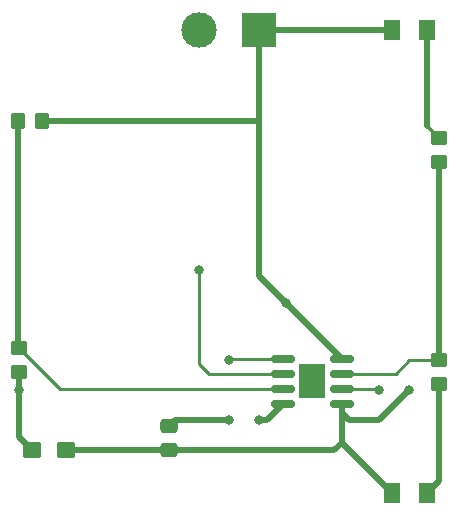
<source format=gbr>
%TF.GenerationSoftware,KiCad,Pcbnew,(6.0.10)*%
%TF.CreationDate,2023-02-16T14:30:49-08:00*%
%TF.ProjectId,Exercise 2,45786572-6369-4736-9520-322e6b696361,rev?*%
%TF.SameCoordinates,Original*%
%TF.FileFunction,Copper,L1,Top*%
%TF.FilePolarity,Positive*%
%FSLAX46Y46*%
G04 Gerber Fmt 4.6, Leading zero omitted, Abs format (unit mm)*
G04 Created by KiCad (PCBNEW (6.0.10)) date 2023-02-16 14:30:49*
%MOMM*%
%LPD*%
G01*
G04 APERTURE LIST*
G04 Aperture macros list*
%AMRoundRect*
0 Rectangle with rounded corners*
0 $1 Rounding radius*
0 $2 $3 $4 $5 $6 $7 $8 $9 X,Y pos of 4 corners*
0 Add a 4 corners polygon primitive as box body*
4,1,4,$2,$3,$4,$5,$6,$7,$8,$9,$2,$3,0*
0 Add four circle primitives for the rounded corners*
1,1,$1+$1,$2,$3*
1,1,$1+$1,$4,$5*
1,1,$1+$1,$6,$7*
1,1,$1+$1,$8,$9*
0 Add four rect primitives between the rounded corners*
20,1,$1+$1,$2,$3,$4,$5,0*
20,1,$1+$1,$4,$5,$6,$7,0*
20,1,$1+$1,$6,$7,$8,$9,0*
20,1,$1+$1,$8,$9,$2,$3,0*%
G04 Aperture macros list end*
%TA.AperFunction,SMDPad,CuDef*%
%ADD10RoundRect,0.250000X-0.450000X0.350000X-0.450000X-0.350000X0.450000X-0.350000X0.450000X0.350000X0*%
%TD*%
%TA.AperFunction,SMDPad,CuDef*%
%ADD11RoundRect,0.250001X-0.462499X-0.624999X0.462499X-0.624999X0.462499X0.624999X-0.462499X0.624999X0*%
%TD*%
%TA.AperFunction,SMDPad,CuDef*%
%ADD12RoundRect,0.250000X-0.475000X0.337500X-0.475000X-0.337500X0.475000X-0.337500X0.475000X0.337500X0*%
%TD*%
%TA.AperFunction,SMDPad,CuDef*%
%ADD13RoundRect,0.250000X0.350000X0.450000X-0.350000X0.450000X-0.350000X-0.450000X0.350000X-0.450000X0*%
%TD*%
%TA.AperFunction,SMDPad,CuDef*%
%ADD14RoundRect,0.150000X0.825000X0.150000X-0.825000X0.150000X-0.825000X-0.150000X0.825000X-0.150000X0*%
%TD*%
%TA.AperFunction,SMDPad,CuDef*%
%ADD15R,2.290000X3.000000*%
%TD*%
%TA.AperFunction,SMDPad,CuDef*%
%ADD16RoundRect,0.250001X0.462499X0.624999X-0.462499X0.624999X-0.462499X-0.624999X0.462499X-0.624999X0*%
%TD*%
%TA.AperFunction,ComponentPad*%
%ADD17R,3.000000X3.000000*%
%TD*%
%TA.AperFunction,ComponentPad*%
%ADD18C,3.000000*%
%TD*%
%TA.AperFunction,SMDPad,CuDef*%
%ADD19RoundRect,0.250000X-0.537500X-0.425000X0.537500X-0.425000X0.537500X0.425000X-0.537500X0.425000X0*%
%TD*%
%TA.AperFunction,ViaPad*%
%ADD20C,0.800000*%
%TD*%
%TA.AperFunction,Conductor*%
%ADD21C,0.500000*%
%TD*%
%TA.AperFunction,Conductor*%
%ADD22C,0.250000*%
%TD*%
G04 APERTURE END LIST*
D10*
%TO.P,R4,1*%
%TO.N,/pin_3*%
X154940000Y-58420000D03*
%TO.P,R4,2*%
%TO.N,Net-(D2-Pad2)*%
X154940000Y-60420000D03*
%TD*%
D11*
%TO.P,D2,1,K*%
%TO.N,GND*%
X150912500Y-69690000D03*
%TO.P,D2,2,A*%
%TO.N,Net-(D2-Pad2)*%
X153887500Y-69690000D03*
%TD*%
D12*
%TO.P,C2,1*%
%TO.N,Net-(C2-Pad1)*%
X132080000Y-63965000D03*
%TO.P,C2,2*%
%TO.N,GND*%
X132080000Y-66040000D03*
%TD*%
D13*
%TO.P,R1,1*%
%TO.N,+9V*%
X121316424Y-38120000D03*
%TO.P,R1,2*%
%TO.N,Net-(R1-Pad2)*%
X119316424Y-38120000D03*
%TD*%
D10*
%TO.P,R2,1*%
%TO.N,Net-(R1-Pad2)*%
X119380000Y-57420000D03*
%TO.P,R2,2*%
%TO.N,/pin_2*%
X119380000Y-59420000D03*
%TD*%
D14*
%TO.P,U1,1,GND*%
%TO.N,GND*%
X146685000Y-62115000D03*
%TO.P,U1,2,TR*%
%TO.N,/pin_2*%
X146685000Y-60845000D03*
%TO.P,U1,3,Q*%
%TO.N,/pin_3*%
X146685000Y-59575000D03*
%TO.P,U1,4,R*%
%TO.N,+9V*%
X146685000Y-58305000D03*
%TO.P,U1,5,CV*%
%TO.N,Net-(C2-Pad1)*%
X141735000Y-58305000D03*
%TO.P,U1,6,THR*%
%TO.N,/pin_2*%
X141735000Y-59575000D03*
%TO.P,U1,7,DIS*%
%TO.N,Net-(R1-Pad2)*%
X141735000Y-60845000D03*
%TO.P,U1,8,VCC*%
%TO.N,+9V*%
X141735000Y-62115000D03*
D15*
%TO.P,U1,9*%
%TO.N,N/C*%
X144210000Y-60210000D03*
%TD*%
D16*
%TO.P,D1,1,K*%
%TO.N,Net-(D1-Pad1)*%
X153887500Y-30480000D03*
%TO.P,D1,2,A*%
%TO.N,+9V*%
X150912500Y-30480000D03*
%TD*%
D17*
%TO.P,J1,1,Pin_1*%
%TO.N,+9V*%
X139700000Y-30480000D03*
D18*
%TO.P,J1,2,Pin_2*%
%TO.N,GND*%
X134620000Y-30480000D03*
%TD*%
D19*
%TO.P,C1,1*%
%TO.N,/pin_2*%
X120482500Y-66040000D03*
%TO.P,C1,2*%
%TO.N,GND*%
X123357500Y-66040000D03*
%TD*%
D10*
%TO.P,R3,1*%
%TO.N,Net-(D1-Pad1)*%
X154940000Y-39640000D03*
%TO.P,R3,2*%
%TO.N,/pin_3*%
X154940000Y-41640000D03*
%TD*%
D20*
%TO.N,/pin_2*%
X119380000Y-60960000D03*
X149860000Y-60960000D03*
X134620000Y-50800000D03*
%TO.N,GND*%
X152400000Y-60960000D03*
%TO.N,Net-(C2-Pad1)*%
X137160000Y-63500000D03*
X137160000Y-58420000D03*
%TO.N,+9V*%
X141980000Y-53600000D03*
X139700000Y-63500000D03*
%TD*%
D21*
%TO.N,GND*%
X149860000Y-63500000D02*
X152400000Y-60960000D01*
X147320000Y-63500000D02*
X149860000Y-63500000D01*
D22*
%TO.N,/pin_2*%
X135440000Y-59575000D02*
X141735000Y-59575000D01*
X149745000Y-60845000D02*
X149860000Y-60960000D01*
X134620000Y-58755000D02*
X135440000Y-59575000D01*
X146685000Y-60845000D02*
X149745000Y-60845000D01*
D21*
X119380000Y-64937500D02*
X120482500Y-66040000D01*
X119380000Y-60960000D02*
X119380000Y-64937500D01*
X119380000Y-59420000D02*
X119380000Y-60960000D01*
D22*
X134620000Y-50800000D02*
X134620000Y-58755000D01*
D21*
%TO.N,GND*%
X146685000Y-65405000D02*
X146685000Y-62115000D01*
X123357500Y-66040000D02*
X132080000Y-66040000D01*
X146050000Y-66040000D02*
X146685000Y-65405000D01*
X150912500Y-69690000D02*
X146685000Y-65462500D01*
X146685000Y-62865000D02*
X147320000Y-63500000D01*
D22*
X146685000Y-65462500D02*
X146685000Y-65405000D01*
D21*
X132080000Y-66040000D02*
X146050000Y-66040000D01*
D22*
X146685000Y-62115000D02*
X146685000Y-62865000D01*
%TO.N,Net-(C2-Pad1)*%
X137275000Y-58305000D02*
X137160000Y-58420000D01*
X141735000Y-58305000D02*
X137275000Y-58305000D01*
D21*
X132545000Y-63500000D02*
X137160000Y-63500000D01*
X132080000Y-63965000D02*
X132545000Y-63500000D01*
D22*
%TO.N,Net-(D1-Pad1)*%
X153887500Y-38587500D02*
X154940000Y-39640000D01*
D21*
X153887500Y-30480000D02*
X153887500Y-38587500D01*
D22*
%TO.N,+9V*%
X139700000Y-38100000D02*
X121336424Y-38100000D01*
D21*
X141735000Y-62115000D02*
X140350000Y-63500000D01*
X140350000Y-63500000D02*
X139700000Y-63500000D01*
X139700000Y-51320000D02*
X146685000Y-58305000D01*
D22*
X141980000Y-53600000D02*
X146685000Y-58305000D01*
X141980000Y-53600000D02*
X139700000Y-51320000D01*
X121336424Y-38100000D02*
X121316424Y-38120000D01*
D21*
X150912500Y-30480000D02*
X139700000Y-30480000D01*
D22*
X139680000Y-38120000D02*
X139700000Y-38100000D01*
X139700000Y-38100000D02*
X139700000Y-51320000D01*
D21*
X139700000Y-30480000D02*
X139700000Y-51320000D01*
X121316424Y-38120000D02*
X139680000Y-38120000D01*
D22*
X139700000Y-38100000D02*
X139700000Y-30480000D01*
D21*
%TO.N,Net-(D2-Pad2)*%
X154940000Y-68637500D02*
X153887500Y-69690000D01*
X154940000Y-60420000D02*
X154940000Y-68637500D01*
%TO.N,Net-(R1-Pad2)*%
X119316424Y-38120000D02*
X119316424Y-57356424D01*
D22*
X119380000Y-57420000D02*
X122805000Y-60845000D01*
X119316424Y-57356424D02*
X119380000Y-57420000D01*
X122805000Y-60845000D02*
X141735000Y-60845000D01*
%TO.N,/pin_3*%
X152400000Y-58420000D02*
X154940000Y-58420000D01*
X151245000Y-59575000D02*
X152400000Y-58420000D01*
D21*
X154940000Y-41640000D02*
X154940000Y-58420000D01*
D22*
X146685000Y-59575000D02*
X151245000Y-59575000D01*
%TD*%
M02*

</source>
